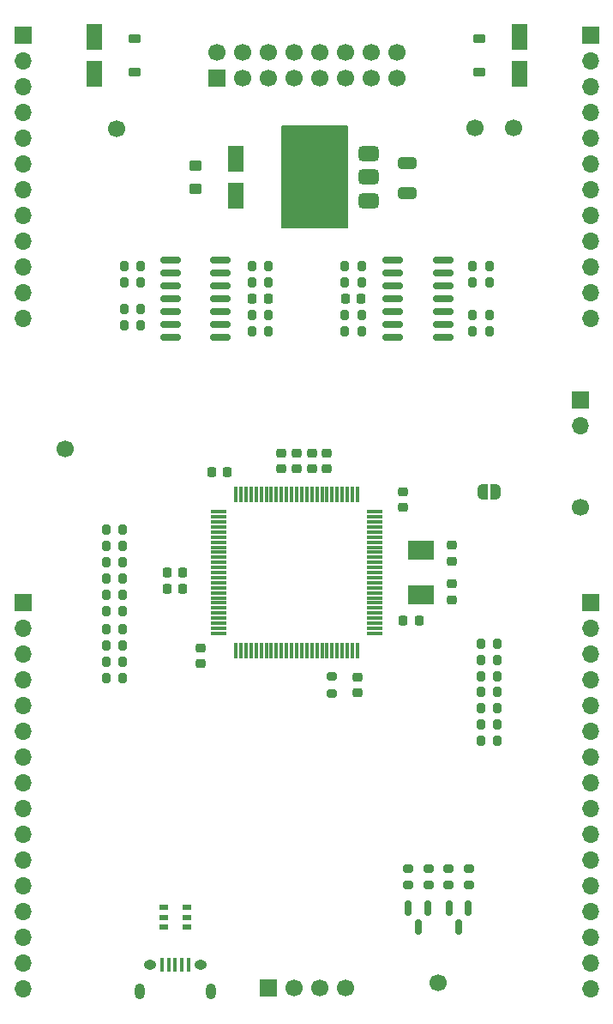
<source format=gbr>
%TF.GenerationSoftware,KiCad,Pcbnew,8.0.3*%
%TF.CreationDate,2024-06-18T16:11:43+01:00*%
%TF.ProjectId,Sinosaur_Components,53696e6f-7361-4757-925f-436f6d706f6e,rev?*%
%TF.SameCoordinates,Original*%
%TF.FileFunction,Soldermask,Top*%
%TF.FilePolarity,Negative*%
%FSLAX46Y46*%
G04 Gerber Fmt 4.6, Leading zero omitted, Abs format (unit mm)*
G04 Created by KiCad (PCBNEW 8.0.3) date 2024-06-18 16:11:43*
%MOMM*%
%LPD*%
G01*
G04 APERTURE LIST*
G04 Aperture macros list*
%AMRoundRect*
0 Rectangle with rounded corners*
0 $1 Rounding radius*
0 $2 $3 $4 $5 $6 $7 $8 $9 X,Y pos of 4 corners*
0 Add a 4 corners polygon primitive as box body*
4,1,4,$2,$3,$4,$5,$6,$7,$8,$9,$2,$3,0*
0 Add four circle primitives for the rounded corners*
1,1,$1+$1,$2,$3*
1,1,$1+$1,$4,$5*
1,1,$1+$1,$6,$7*
1,1,$1+$1,$8,$9*
0 Add four rect primitives between the rounded corners*
20,1,$1+$1,$2,$3,$4,$5,0*
20,1,$1+$1,$4,$5,$6,$7,0*
20,1,$1+$1,$6,$7,$8,$9,0*
20,1,$1+$1,$8,$9,$2,$3,0*%
%AMFreePoly0*
4,1,19,0.500000,-0.750000,0.000000,-0.750000,0.000000,-0.744911,-0.071157,-0.744911,-0.207708,-0.704816,-0.327430,-0.627875,-0.420627,-0.520320,-0.479746,-0.390866,-0.500000,-0.250000,-0.500000,0.250000,-0.479746,0.390866,-0.420627,0.520320,-0.327430,0.627875,-0.207708,0.704816,-0.071157,0.744911,0.000000,0.744911,0.000000,0.750000,0.500000,0.750000,0.500000,-0.750000,0.500000,-0.750000,
$1*%
%AMFreePoly1*
4,1,19,0.000000,0.744911,0.071157,0.744911,0.207708,0.704816,0.327430,0.627875,0.420627,0.520320,0.479746,0.390866,0.500000,0.250000,0.500000,-0.250000,0.479746,-0.390866,0.420627,-0.520320,0.327430,-0.627875,0.207708,-0.704816,0.071157,-0.744911,0.000000,-0.744911,0.000000,-0.750000,-0.500000,-0.750000,-0.500000,0.750000,0.000000,0.750000,0.000000,0.744911,0.000000,0.744911,
$1*%
G04 Aperture macros list end*
%ADD10C,0.150000*%
%ADD11RoundRect,0.200000X-0.200000X-0.275000X0.200000X-0.275000X0.200000X0.275000X-0.200000X0.275000X0*%
%ADD12R,2.500000X1.900000*%
%ADD13RoundRect,0.225000X0.225000X0.250000X-0.225000X0.250000X-0.225000X-0.250000X0.225000X-0.250000X0*%
%ADD14C,1.700000*%
%ADD15RoundRect,0.200000X0.200000X0.275000X-0.200000X0.275000X-0.200000X-0.275000X0.200000X-0.275000X0*%
%ADD16RoundRect,0.150000X-0.150000X0.587500X-0.150000X-0.587500X0.150000X-0.587500X0.150000X0.587500X0*%
%ADD17RoundRect,0.225000X-0.250000X0.225000X-0.250000X-0.225000X0.250000X-0.225000X0.250000X0.225000X0*%
%ADD18FreePoly0,180.000000*%
%ADD19FreePoly1,180.000000*%
%ADD20RoundRect,0.200000X-0.275000X0.200000X-0.275000X-0.200000X0.275000X-0.200000X0.275000X0.200000X0*%
%ADD21RoundRect,0.375000X0.625000X0.375000X-0.625000X0.375000X-0.625000X-0.375000X0.625000X-0.375000X0*%
%ADD22RoundRect,0.500000X0.500000X1.400000X-0.500000X1.400000X-0.500000X-1.400000X0.500000X-1.400000X0*%
%ADD23RoundRect,0.150000X0.825000X0.150000X-0.825000X0.150000X-0.825000X-0.150000X0.825000X-0.150000X0*%
%ADD24RoundRect,0.225000X0.250000X-0.225000X0.250000X0.225000X-0.250000X0.225000X-0.250000X-0.225000X0*%
%ADD25R,1.700000X1.700000*%
%ADD26O,1.700000X1.700000*%
%ADD27RoundRect,0.250000X-0.350000X0.275000X-0.350000X-0.275000X0.350000X-0.275000X0.350000X0.275000X0*%
%ADD28RoundRect,0.250000X0.650000X-0.325000X0.650000X0.325000X-0.650000X0.325000X-0.650000X-0.325000X0*%
%ADD29RoundRect,0.225000X-0.375000X0.225000X-0.375000X-0.225000X0.375000X-0.225000X0.375000X0.225000X0*%
%ADD30RoundRect,0.075000X0.725000X0.075000X-0.725000X0.075000X-0.725000X-0.075000X0.725000X-0.075000X0*%
%ADD31RoundRect,0.075000X0.075000X0.725000X-0.075000X0.725000X-0.075000X-0.725000X0.075000X-0.725000X0*%
%ADD32RoundRect,0.225000X-0.225000X-0.250000X0.225000X-0.250000X0.225000X0.250000X-0.225000X0.250000X0*%
%ADD33RoundRect,0.250000X0.550000X-1.050000X0.550000X1.050000X-0.550000X1.050000X-0.550000X-1.050000X0*%
%ADD34RoundRect,0.200000X0.275000X-0.200000X0.275000X0.200000X-0.275000X0.200000X-0.275000X-0.200000X0*%
%ADD35RoundRect,0.225000X0.375000X-0.225000X0.375000X0.225000X-0.375000X0.225000X-0.375000X-0.225000X0*%
%ADD36R,0.950000X0.600000*%
%ADD37O,1.250000X0.950000*%
%ADD38O,1.000000X1.550000*%
%ADD39RoundRect,0.100000X0.100000X-0.575000X0.100000X0.575000X-0.100000X0.575000X-0.100000X-0.575000X0*%
%ADD40RoundRect,0.150000X-0.825000X-0.150000X0.825000X-0.150000X0.825000X0.150000X-0.825000X0.150000X0*%
G04 APERTURE END LIST*
D10*
X127600000Y-62000000D02*
X134000000Y-62000000D01*
X134000000Y-72000000D01*
X127600000Y-72000000D01*
X127600000Y-62000000D01*
G36*
X127600000Y-62000000D02*
G01*
X134000000Y-62000000D01*
X134000000Y-72000000D01*
X127600000Y-72000000D01*
X127600000Y-62000000D01*
G37*
D11*
%TO.C,R30*%
X110175000Y-114800000D03*
X111825000Y-114800000D03*
%TD*%
%TO.C,R34*%
X110175000Y-103400000D03*
X111825000Y-103400000D03*
%TD*%
D12*
%TO.C,Y1*%
X141300000Y-103800000D03*
X141300000Y-108200000D03*
%TD*%
D13*
%TO.C,C19*%
X135375000Y-79000000D03*
X133825000Y-79000000D03*
%TD*%
D11*
%TO.C,R26*%
X110175000Y-108200000D03*
X111825000Y-108200000D03*
%TD*%
D14*
%TO.C,TP4*%
X157000000Y-99600000D03*
%TD*%
%TO.C,TP5*%
X143000000Y-146500000D03*
%TD*%
D15*
%TO.C,R22*%
X148825000Y-116200000D03*
X147175000Y-116200000D03*
%TD*%
%TO.C,R16*%
X135425000Y-82200000D03*
X133775000Y-82200000D03*
%TD*%
D16*
%TO.C,Q1*%
X145950000Y-139062500D03*
X144050000Y-139062500D03*
X145000000Y-140937500D03*
%TD*%
D17*
%TO.C,C4*%
X130500000Y-94225000D03*
X130500000Y-95775000D03*
%TD*%
D18*
%TO.C,JP1*%
X148650000Y-98000000D03*
D19*
X147350000Y-98000000D03*
%TD*%
D17*
%TO.C,C2*%
X132000000Y-94225000D03*
X132000000Y-95775000D03*
%TD*%
D15*
%TO.C,R32*%
X148825000Y-121000000D03*
X147175000Y-121000000D03*
%TD*%
D20*
%TO.C,R18*%
X146000000Y-135175000D03*
X146000000Y-136825000D03*
%TD*%
D15*
%TO.C,R14*%
X148025000Y-82200000D03*
X146375000Y-82200000D03*
%TD*%
D21*
%TO.C,U5*%
X136150000Y-69300000D03*
X136150000Y-67000000D03*
D22*
X129850000Y-67000000D03*
D21*
X136150000Y-64700000D03*
%TD*%
D11*
%TO.C,R13*%
X133775000Y-77400000D03*
X135425000Y-77400000D03*
%TD*%
%TO.C,R3*%
X111975000Y-80000000D03*
X113625000Y-80000000D03*
%TD*%
D15*
%TO.C,R17*%
X135425000Y-75800000D03*
X133775000Y-75800000D03*
%TD*%
D14*
%TO.C,TP2*%
X111200000Y-62200000D03*
%TD*%
%TO.C,TP3*%
X150400000Y-62100000D03*
%TD*%
D23*
%TO.C,U3*%
X121475000Y-82810000D03*
X121475000Y-81540000D03*
X121475000Y-80270000D03*
X121475000Y-79000000D03*
X121475000Y-77730000D03*
X121475000Y-76460000D03*
X121475000Y-75190000D03*
X116525000Y-75190000D03*
X116525000Y-76460000D03*
X116525000Y-77730000D03*
X116525000Y-79000000D03*
X116525000Y-80270000D03*
X116525000Y-81540000D03*
X116525000Y-82810000D03*
%TD*%
D24*
%TO.C,C13*%
X135000000Y-117875000D03*
X135000000Y-116325000D03*
%TD*%
D25*
%TO.C,J7*%
X157000000Y-89000000D03*
D26*
X157000000Y-91540000D03*
%TD*%
D27*
%TO.C,L1*%
X119000000Y-65850000D03*
X119000000Y-68150000D03*
%TD*%
D11*
%TO.C,R9*%
X124575000Y-82200000D03*
X126225000Y-82200000D03*
%TD*%
D15*
%TO.C,R5*%
X126225000Y-80600000D03*
X124575000Y-80600000D03*
%TD*%
D28*
%TO.C,C14*%
X139925000Y-68550000D03*
X139925000Y-65600000D03*
%TD*%
D11*
%TO.C,R15*%
X146375000Y-75800000D03*
X148025000Y-75800000D03*
%TD*%
D25*
%TO.C,J6*%
X121125000Y-57270000D03*
D14*
X121125000Y-54730000D03*
X123665000Y-57270000D03*
X123665000Y-54730000D03*
X126205000Y-57270000D03*
X126205000Y-54730000D03*
X128745000Y-57270000D03*
X128745000Y-54730000D03*
X131285000Y-57270000D03*
X131285000Y-54730000D03*
X133825000Y-57270000D03*
X133825000Y-54730000D03*
X136365000Y-57270000D03*
X136365000Y-54730000D03*
X138905000Y-57270000D03*
X138905000Y-54730000D03*
%TD*%
D29*
%TO.C,D2*%
X113000000Y-53350000D03*
X113000000Y-56650000D03*
%TD*%
D11*
%TO.C,R35*%
X110175000Y-101800000D03*
X111825000Y-101800000D03*
%TD*%
%TO.C,R31*%
X110175000Y-116400000D03*
X111825000Y-116400000D03*
%TD*%
D30*
%TO.C,U1*%
X136675000Y-112000000D03*
X136675000Y-111500000D03*
X136675000Y-111000000D03*
X136675000Y-110500000D03*
X136675000Y-110000000D03*
X136675000Y-109500000D03*
X136675000Y-109000000D03*
X136675000Y-108500000D03*
X136675000Y-108000000D03*
X136675000Y-107500000D03*
X136675000Y-107000000D03*
X136675000Y-106500000D03*
X136675000Y-106000000D03*
X136675000Y-105500000D03*
X136675000Y-105000000D03*
X136675000Y-104500000D03*
X136675000Y-104000000D03*
X136675000Y-103500000D03*
X136675000Y-103000000D03*
X136675000Y-102500000D03*
X136675000Y-102000000D03*
X136675000Y-101500000D03*
X136675000Y-101000000D03*
X136675000Y-100500000D03*
X136675000Y-100000000D03*
D31*
X135000000Y-98325000D03*
X134500000Y-98325000D03*
X134000000Y-98325000D03*
X133500000Y-98325000D03*
X133000000Y-98325000D03*
X132500000Y-98325000D03*
X132000000Y-98325000D03*
X131500000Y-98325000D03*
X131000000Y-98325000D03*
X130500000Y-98325000D03*
X130000000Y-98325000D03*
X129500000Y-98325000D03*
X129000000Y-98325000D03*
X128500000Y-98325000D03*
X128000000Y-98325000D03*
X127500000Y-98325000D03*
X127000000Y-98325000D03*
X126500000Y-98325000D03*
X126000000Y-98325000D03*
X125500000Y-98325000D03*
X125000000Y-98325000D03*
X124500000Y-98325000D03*
X124000000Y-98325000D03*
X123500000Y-98325000D03*
X123000000Y-98325000D03*
D30*
X121325000Y-100000000D03*
X121325000Y-100500000D03*
X121325000Y-101000000D03*
X121325000Y-101500000D03*
X121325000Y-102000000D03*
X121325000Y-102500000D03*
X121325000Y-103000000D03*
X121325000Y-103500000D03*
X121325000Y-104000000D03*
X121325000Y-104500000D03*
X121325000Y-105000000D03*
X121325000Y-105500000D03*
X121325000Y-106000000D03*
X121325000Y-106500000D03*
X121325000Y-107000000D03*
X121325000Y-107500000D03*
X121325000Y-108000000D03*
X121325000Y-108500000D03*
X121325000Y-109000000D03*
X121325000Y-109500000D03*
X121325000Y-110000000D03*
X121325000Y-110500000D03*
X121325000Y-111000000D03*
X121325000Y-111500000D03*
X121325000Y-112000000D03*
D31*
X123000000Y-113675000D03*
X123500000Y-113675000D03*
X124000000Y-113675000D03*
X124500000Y-113675000D03*
X125000000Y-113675000D03*
X125500000Y-113675000D03*
X126000000Y-113675000D03*
X126500000Y-113675000D03*
X127000000Y-113675000D03*
X127500000Y-113675000D03*
X128000000Y-113675000D03*
X128500000Y-113675000D03*
X129000000Y-113675000D03*
X129500000Y-113675000D03*
X130000000Y-113675000D03*
X130500000Y-113675000D03*
X131000000Y-113675000D03*
X131500000Y-113675000D03*
X132000000Y-113675000D03*
X132500000Y-113675000D03*
X133000000Y-113675000D03*
X133500000Y-113675000D03*
X134000000Y-113675000D03*
X134500000Y-113675000D03*
X135000000Y-113675000D03*
%TD*%
D15*
%TO.C,R21*%
X148825000Y-117800000D03*
X147175000Y-117800000D03*
%TD*%
D17*
%TO.C,C15*%
X129000000Y-94225000D03*
X129000000Y-95775000D03*
%TD*%
D32*
%TO.C,C18*%
X124625000Y-79000000D03*
X126175000Y-79000000D03*
%TD*%
D15*
%TO.C,R36*%
X148825000Y-113000000D03*
X147175000Y-113000000D03*
%TD*%
%TO.C,R23*%
X148825000Y-114600000D03*
X147175000Y-114600000D03*
%TD*%
D33*
%TO.C,C11*%
X109000000Y-56800000D03*
X109000000Y-53200000D03*
%TD*%
D34*
%TO.C,R38*%
X140000000Y-136825000D03*
X140000000Y-135175000D03*
%TD*%
%TO.C,R37*%
X144000000Y-136825000D03*
X144000000Y-135175000D03*
%TD*%
D33*
%TO.C,C10*%
X151000000Y-56800000D03*
X151000000Y-53200000D03*
%TD*%
D11*
%TO.C,R29*%
X110175000Y-113200000D03*
X111825000Y-113200000D03*
%TD*%
D20*
%TO.C,R19*%
X142000000Y-135175000D03*
X142000000Y-136825000D03*
%TD*%
D15*
%TO.C,R4*%
X126225000Y-77400000D03*
X124575000Y-77400000D03*
%TD*%
D34*
%TO.C,R1*%
X132500000Y-117925000D03*
X132500000Y-116275000D03*
%TD*%
D15*
%TO.C,R11*%
X148025000Y-77400000D03*
X146375000Y-77400000D03*
%TD*%
D35*
%TO.C,D1*%
X147000000Y-56650000D03*
X147000000Y-53350000D03*
%TD*%
D36*
%TO.C,U2*%
X115875000Y-139050000D03*
X115875000Y-140000000D03*
X115875000Y-140950000D03*
X118125000Y-140950000D03*
X118125000Y-140000000D03*
X118125000Y-139050000D03*
%TD*%
D24*
%TO.C,C12*%
X119500000Y-114975000D03*
X119500000Y-113425000D03*
%TD*%
D14*
%TO.C,TP1*%
X146600000Y-62100000D03*
%TD*%
D13*
%TO.C,C3*%
X141075000Y-110700000D03*
X139525000Y-110700000D03*
%TD*%
D15*
%TO.C,R24*%
X148825000Y-122600000D03*
X147175000Y-122600000D03*
%TD*%
D11*
%TO.C,R27*%
X110175000Y-109800000D03*
X111825000Y-109800000D03*
%TD*%
D33*
%TO.C,C17*%
X123000000Y-68800000D03*
X123000000Y-65200000D03*
%TD*%
D37*
%TO.C,J8*%
X114500000Y-144650000D03*
X119500000Y-144650000D03*
D38*
X120500000Y-147350000D03*
D39*
X115700000Y-144650000D03*
X116350000Y-144650000D03*
X117000000Y-144650000D03*
X117650000Y-144650000D03*
X118300000Y-144650000D03*
D38*
X113500000Y-147350000D03*
%TD*%
D15*
%TO.C,R20*%
X148825000Y-119400000D03*
X147175000Y-119400000D03*
%TD*%
D40*
%TO.C,U4*%
X138525000Y-75190000D03*
X138525000Y-76460000D03*
X138525000Y-77730000D03*
X138525000Y-79000000D03*
X138525000Y-80270000D03*
X138525000Y-81540000D03*
X138525000Y-82810000D03*
X143475000Y-82810000D03*
X143475000Y-81540000D03*
X143475000Y-80270000D03*
X143475000Y-79000000D03*
X143475000Y-77730000D03*
X143475000Y-76460000D03*
X143475000Y-75190000D03*
%TD*%
D15*
%TO.C,R7*%
X113625000Y-81600000D03*
X111975000Y-81600000D03*
%TD*%
D11*
%TO.C,R33*%
X110175000Y-105000000D03*
X111825000Y-105000000D03*
%TD*%
D25*
%TO.C,J5*%
X126190000Y-147000000D03*
D14*
X128730000Y-147000000D03*
X131270000Y-147000000D03*
X133810000Y-147000000D03*
%TD*%
D16*
%TO.C,Q2*%
X141950000Y-139062500D03*
X140050000Y-139062500D03*
X141000000Y-140937500D03*
%TD*%
D11*
%TO.C,R25*%
X110175000Y-106600000D03*
X111825000Y-106600000D03*
%TD*%
D24*
%TO.C,C7*%
X144300000Y-104875000D03*
X144300000Y-103325000D03*
%TD*%
D17*
%TO.C,C16*%
X127500000Y-94225000D03*
X127500000Y-95775000D03*
%TD*%
D11*
%TO.C,R12*%
X133775000Y-80600000D03*
X135425000Y-80600000D03*
%TD*%
%TO.C,R8*%
X124575000Y-75800000D03*
X126225000Y-75800000D03*
%TD*%
D32*
%TO.C,C8*%
X120625000Y-96100000D03*
X122175000Y-96100000D03*
%TD*%
%TO.C,C1*%
X116225000Y-107600000D03*
X117775000Y-107600000D03*
%TD*%
D15*
%TO.C,R6*%
X113625000Y-75800000D03*
X111975000Y-75800000D03*
%TD*%
D11*
%TO.C,R2*%
X111975000Y-77400000D03*
X113625000Y-77400000D03*
%TD*%
%TO.C,R10*%
X146375000Y-80600000D03*
X148025000Y-80600000D03*
%TD*%
D17*
%TO.C,C5*%
X139500000Y-98025000D03*
X139500000Y-99575000D03*
%TD*%
D14*
%TO.C,TP6*%
X106100000Y-93800000D03*
%TD*%
D11*
%TO.C,R28*%
X110175000Y-111600000D03*
X111825000Y-111600000D03*
%TD*%
D32*
%TO.C,C9*%
X116225000Y-106000000D03*
X117775000Y-106000000D03*
%TD*%
D17*
%TO.C,C6*%
X144300000Y-107125000D03*
X144300000Y-108675000D03*
%TD*%
D25*
%TO.C,J1*%
X102000000Y-53000000D03*
D26*
X102000000Y-55540000D03*
X102000000Y-58080000D03*
X102000000Y-60620000D03*
X102000000Y-63160000D03*
X102000000Y-65700000D03*
X102000000Y-68240000D03*
X102000000Y-70780000D03*
X102000000Y-73320000D03*
X102000000Y-75860000D03*
X102000000Y-78400000D03*
X102000000Y-80940000D03*
%TD*%
D25*
%TO.C,J4*%
X158000000Y-109000000D03*
D26*
X158000000Y-111540000D03*
X158000000Y-114080000D03*
X158000000Y-116620000D03*
X158000000Y-119160000D03*
X158000000Y-121700000D03*
X158000000Y-124240000D03*
X158000000Y-126780000D03*
X158000000Y-129320000D03*
X158000000Y-131860000D03*
X158000000Y-134400000D03*
X158000000Y-136940000D03*
X158000000Y-139480000D03*
X158000000Y-142020000D03*
X158000000Y-144560000D03*
X158000000Y-147100000D03*
%TD*%
D25*
%TO.C,J2*%
X158000000Y-53000000D03*
D26*
X158000000Y-55540000D03*
X158000000Y-58080000D03*
X158000000Y-60620000D03*
X158000000Y-63160000D03*
X158000000Y-65700000D03*
X158000000Y-68240000D03*
X158000000Y-70780000D03*
X158000000Y-73320000D03*
X158000000Y-75860000D03*
X158000000Y-78400000D03*
X158000000Y-80940000D03*
%TD*%
D25*
%TO.C,J3*%
X102000000Y-109000000D03*
D26*
X102000000Y-111540000D03*
X102000000Y-114080000D03*
X102000000Y-116620000D03*
X102000000Y-119160000D03*
X102000000Y-121700000D03*
X102000000Y-124240000D03*
X102000000Y-126780000D03*
X102000000Y-129320000D03*
X102000000Y-131860000D03*
X102000000Y-134400000D03*
X102000000Y-136940000D03*
X102000000Y-139480000D03*
X102000000Y-142020000D03*
X102000000Y-144560000D03*
X102000000Y-147100000D03*
%TD*%
M02*

</source>
